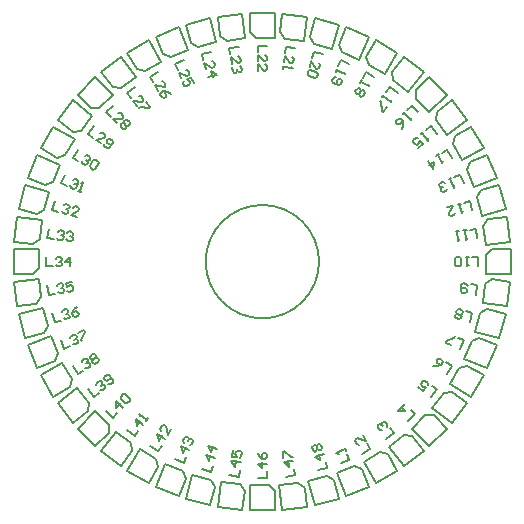
<source format=gto>
G04*
G04 #@! TF.GenerationSoftware,Altium Limited,Altium Designer,21.9.2 (33)*
G04*
G04 Layer_Color=65535*
%FSLAX25Y25*%
%MOIN*%
G70*
G04*
G04 #@! TF.SameCoordinates,566D7FF9-8C5A-44BD-93FD-671ACA51C2D0*
G04*
G04*
G04 #@! TF.FilePolarity,Positive*
G04*
G01*
G75*
%ADD10C,0.00811*%
%ADD11C,0.00591*%
D10*
X18898Y0D02*
G03*
X18898Y0I-18898J0D01*
G01*
X2165Y-74606D02*
X4134Y-76575D01*
X-4134Y-74606D02*
X2165D01*
X-4134Y-82874D02*
Y-74606D01*
Y-82874D02*
X4134D01*
Y-76575D01*
X33123Y-69164D02*
X35534Y-74984D01*
X27895Y-78148D02*
X35534Y-74984D01*
X24731Y-70509D02*
X27895Y-78148D01*
X24731Y-70509D02*
X30551Y-68099D01*
X33123Y-69164D01*
X39178Y-63528D02*
X41867Y-64249D01*
X33723Y-66678D02*
X39178Y-63528D01*
X33723Y-66678D02*
X37857Y-73838D01*
X45017Y-69704D01*
X41867Y-64249D02*
X45017Y-69704D01*
X49895Y-58234D02*
X53730Y-63232D01*
X47171Y-68265D02*
X53730Y-63232D01*
X42138Y-61706D02*
X47171Y-68265D01*
X42138Y-61706D02*
X47135Y-57871D01*
X49895Y-58234D01*
X54286Y-51223D02*
X57070D01*
X49832Y-55678D02*
X54286Y-51223D01*
X49832Y-55678D02*
X55678Y-61524D01*
X61524Y-55678D01*
X57070Y-51223D02*
X61524Y-55678D01*
X63267Y-43336D02*
X68265Y-47171D01*
X63232Y-53730D02*
X68265Y-47171D01*
X56673Y-48697D02*
X63232Y-53730D01*
X56673Y-48697D02*
X60507Y-43699D01*
X63267Y-43336D01*
X65694Y-35428D02*
X68383Y-34707D01*
X62544Y-40883D02*
X65694Y-35428D01*
X62544Y-40883D02*
X69704Y-45017D01*
X73838Y-37857D01*
X68383Y-34707D02*
X73838Y-37857D01*
X72328Y-25485D02*
X78148Y-27895D01*
X74984Y-35534D02*
X78148Y-27895D01*
X67345Y-32370D02*
X74984Y-35534D01*
X67345Y-32370D02*
X69756Y-26550D01*
X72328Y-25485D01*
X72625Y-17218D02*
X75036Y-15826D01*
X70994Y-23302D02*
X72625Y-17218D01*
X70994Y-23302D02*
X78980Y-25442D01*
X81120Y-17456D01*
X75036Y-15826D02*
X81120Y-17456D01*
X76459Y-5897D02*
X82705Y-6719D01*
X81625Y-14916D02*
X82705Y-6719D01*
X73428Y-13837D02*
X81625Y-14916D01*
X73428Y-13837D02*
X74251Y-7591D01*
X76459Y-5897D01*
X74606Y2165D02*
X76575Y4134D01*
X74606Y-4134D02*
Y2165D01*
Y-4134D02*
X82874D01*
Y4134D01*
X76575D02*
X82874D01*
X75380Y14094D02*
X81625Y14916D01*
X82705Y6719D01*
X74508Y5640D02*
X82705Y6719D01*
X73685Y11885D02*
X74508Y5640D01*
X73685Y11885D02*
X75380Y14094D01*
X71504Y21401D02*
X72896Y23812D01*
X71504Y21401D02*
X73134Y15316D01*
X81120Y17456D01*
X78980Y25442D02*
X81120Y17456D01*
X72896Y23812D02*
X78980Y25442D01*
X69164Y33123D02*
X74984Y35534D01*
X78148Y27895D01*
X70509Y24731D02*
X78148Y27895D01*
X68099Y30551D02*
X70509Y24731D01*
X68099Y30551D02*
X69164Y33123D01*
X63528Y39178D02*
X64249Y41867D01*
X63528Y39178D02*
X66678Y33723D01*
X73838Y37857D01*
X69704Y45017D02*
X73838Y37857D01*
X64249Y41867D02*
X69704Y45017D01*
X58234Y49895D02*
X63232Y53730D01*
X68265Y47171D01*
X61706Y42138D02*
X68265Y47171D01*
X57871Y47135D02*
X61706Y42138D01*
X57871Y47135D02*
X58234Y49895D01*
X51223Y54286D02*
Y57070D01*
Y54286D02*
X55678Y49832D01*
X61524Y55678D01*
X55678Y61524D02*
X61524Y55678D01*
X51223Y57070D02*
X55678Y61524D01*
X43336Y63267D02*
X47171Y68265D01*
X53730Y63232D01*
X48697Y56673D02*
X53730Y63232D01*
X43699Y60507D02*
X48697Y56673D01*
X43336Y63267D02*
X43699Y60507D01*
X34707Y68383D02*
X35428Y65694D01*
X40883Y62544D01*
X45017Y69704D01*
X37857Y73838D02*
X45017Y69704D01*
X34707Y68383D02*
X37857Y73838D01*
X25485Y72328D02*
X27895Y78148D01*
X35534Y74984D01*
X32370Y67345D02*
X35534Y74984D01*
X26550Y69756D02*
X32370Y67345D01*
X25485Y72328D02*
X26550Y69756D01*
X15826Y75036D02*
X17218Y72625D01*
X23302Y70994D01*
X25442Y78980D01*
X17456Y81120D02*
X25442Y78980D01*
X15826Y75036D02*
X17456Y81120D01*
X5897Y76459D02*
X6719Y82705D01*
X14916Y81625D01*
X13837Y73428D02*
X14916Y81625D01*
X7591Y74251D02*
X13837Y73428D01*
X5897Y76459D02*
X7591Y74251D01*
X-4134Y76575D02*
X-2165Y74606D01*
X4134D01*
Y82874D01*
X-4134D02*
X4134D01*
X-4134Y76575D02*
Y82874D01*
X-14916Y81625D02*
X-14094Y75380D01*
X-14916Y81625D02*
X-6719Y82705D01*
X-5640Y74508D01*
X-11885Y73685D02*
X-5640Y74508D01*
X-14094Y75380D02*
X-11885Y73685D01*
X-23812Y72896D02*
X-21401Y71504D01*
X-15316Y73134D01*
X-17456Y81120D02*
X-15316Y73134D01*
X-25442Y78980D02*
X-17456Y81120D01*
X-25442Y78980D02*
X-23812Y72896D01*
X-35534Y74984D02*
X-33123Y69164D01*
X-35534Y74984D02*
X-27895Y78148D01*
X-24731Y70509D01*
X-30551Y68099D02*
X-24731Y70509D01*
X-33123Y69164D02*
X-30551Y68099D01*
X-41867Y64249D02*
X-39178Y63528D01*
X-33723Y66678D01*
X-37857Y73838D02*
X-33723Y66678D01*
X-45017Y69704D02*
X-37857Y73838D01*
X-45017Y69704D02*
X-41867Y64249D01*
X-53730Y63232D02*
X-49895Y58234D01*
X-53730Y63232D02*
X-47171Y68265D01*
X-42138Y61706D01*
X-47135Y57871D02*
X-42138Y61706D01*
X-49895Y58234D02*
X-47135Y57871D01*
X-57070Y51223D02*
X-54286D01*
X-49832Y55678D01*
X-55678Y61524D02*
X-49832Y55678D01*
X-61524D02*
X-55678Y61524D01*
X-61524Y55678D02*
X-57070Y51223D01*
X-68265Y47171D02*
X-63267Y43336D01*
X-68265Y47171D02*
X-63232Y53730D01*
X-56673Y48697D01*
X-60507Y43699D02*
X-56673Y48697D01*
X-63267Y43336D02*
X-60507Y43699D01*
X-68383Y34707D02*
X-65694Y35428D01*
X-62544Y40883D01*
X-69704Y45017D02*
X-62544Y40883D01*
X-73838Y37857D02*
X-69704Y45017D01*
X-73838Y37857D02*
X-68383Y34707D01*
X-78148Y27895D02*
X-72328Y25485D01*
X-78148Y27895D02*
X-74984Y35534D01*
X-67345Y32370D01*
X-69756Y26550D02*
X-67345Y32370D01*
X-72328Y25485D02*
X-69756Y26550D01*
X-75036Y15826D02*
X-72625Y17218D01*
X-70994Y23302D01*
X-78980Y25442D02*
X-70994Y23302D01*
X-81120Y17456D02*
X-78980Y25442D01*
X-81120Y17456D02*
X-75036Y15826D01*
X-82705Y6719D02*
X-76459Y5897D01*
X-82705Y6719D02*
X-81625Y14916D01*
X-73428Y13837D01*
X-74251Y7591D02*
X-73428Y13837D01*
X-76459Y5897D02*
X-74251Y7591D01*
X-76575Y-4134D02*
X-74606Y-2165D01*
Y4134D01*
X-82874D02*
X-74606D01*
X-82874Y-4134D02*
Y4134D01*
Y-4134D02*
X-76575D01*
X-81625Y-14916D02*
X-75380Y-14094D01*
X-82705Y-6719D02*
X-81625Y-14916D01*
X-82705Y-6719D02*
X-74508Y-5640D01*
X-73685Y-11885D01*
X-75380Y-14094D02*
X-73685Y-11885D01*
X-72896Y-23812D02*
X-71504Y-21401D01*
X-73134Y-15316D02*
X-71504Y-21401D01*
X-81120Y-17456D02*
X-73134Y-15316D01*
X-81120Y-17456D02*
X-78980Y-25442D01*
X-72896Y-23812D01*
X-74984Y-35534D02*
X-69164Y-33123D01*
X-78148Y-27895D02*
X-74984Y-35534D01*
X-78148Y-27895D02*
X-70509Y-24731D01*
X-68099Y-30551D01*
X-69164Y-33123D02*
X-68099Y-30551D01*
X-64249Y-41867D02*
X-63528Y-39178D01*
X-66678Y-33723D02*
X-63528Y-39178D01*
X-73838Y-37857D02*
X-66678Y-33723D01*
X-73838Y-37857D02*
X-69704Y-45017D01*
X-64249Y-41867D01*
X-63232Y-53730D02*
X-58234Y-49895D01*
X-68265Y-47171D02*
X-63232Y-53730D01*
X-68265Y-47171D02*
X-61706Y-42138D01*
X-57871Y-47135D01*
X-58234Y-49895D02*
X-57871Y-47135D01*
X-51223Y-57070D02*
Y-54286D01*
X-55678Y-49832D02*
X-51223Y-54286D01*
X-61524Y-55678D02*
X-55678Y-49832D01*
X-61524Y-55678D02*
X-55678Y-61524D01*
X-51223Y-57070D01*
X-47171Y-68265D02*
X-43336Y-63267D01*
X-53730Y-63232D02*
X-47171Y-68265D01*
X-53730Y-63232D02*
X-48697Y-56673D01*
X-43699Y-60507D01*
X-43336Y-63267D01*
X-35428Y-65694D02*
X-34707Y-68383D01*
X-40883Y-62544D02*
X-35428Y-65694D01*
X-45017Y-69704D02*
X-40883Y-62544D01*
X-45017Y-69704D02*
X-37857Y-73838D01*
X-34707Y-68383D01*
X-27895Y-78148D02*
X-25485Y-72328D01*
X-35534Y-74984D02*
X-27895Y-78148D01*
X-35534Y-74984D02*
X-32370Y-67345D01*
X-26550Y-69756D01*
X-25485Y-72328D01*
X-17218Y-72625D02*
X-15826Y-75036D01*
X-23302Y-70994D02*
X-17218Y-72625D01*
X-25442Y-78980D02*
X-23302Y-70994D01*
X-25442Y-78980D02*
X-17456Y-81120D01*
X-15826Y-75036D01*
X-6719Y-82705D02*
X-5897Y-76459D01*
X-14916Y-81625D02*
X-6719Y-82705D01*
X-14916Y-81625D02*
X-13837Y-73428D01*
X-7591Y-74251D01*
X-5897Y-76459D01*
X11885Y-73685D02*
X14094Y-75380D01*
X5640Y-74508D02*
X11885Y-73685D01*
X5640Y-74508D02*
X6719Y-82705D01*
X14916Y-81625D01*
X14094Y-75380D02*
X14916Y-81625D01*
X23812Y-72896D02*
X25442Y-78980D01*
X17456Y-81120D02*
X25442Y-78980D01*
X15316Y-73134D02*
X17456Y-81120D01*
X15316Y-73134D02*
X21401Y-71504D01*
X23812Y-72896D01*
D11*
X-1577Y-72030D02*
X1572D01*
Y-69931D01*
Y-67307D02*
X-1577D01*
X-3Y-68881D01*
Y-66782D01*
X-1577Y-63634D02*
X-1052Y-64683D01*
X-3Y-65733D01*
X1047D01*
X1572Y-65208D01*
Y-64158D01*
X1047Y-63634D01*
X522D01*
X-3Y-64158D01*
Y-65733D01*
X26108Y-67150D02*
X29017Y-65946D01*
X28214Y-64006D01*
X27812Y-63037D02*
X27410Y-62067D01*
X27611Y-62552D01*
X24702Y-63757D01*
X25388Y-64041D01*
X33297Y-63969D02*
X36024Y-62395D01*
X34974Y-60577D01*
X33400Y-57850D02*
X34449Y-59668D01*
X31582Y-58900D01*
X31127Y-59162D01*
X30935Y-59879D01*
X31460Y-60788D01*
X32177Y-60980D01*
X41362Y-59076D02*
X43859Y-57159D01*
X42582Y-55493D01*
X39861Y-56258D02*
X39125Y-56161D01*
X38486Y-55329D01*
X38583Y-54593D01*
X39000Y-54273D01*
X39735Y-54370D01*
X40055Y-54787D01*
X39735Y-54370D01*
X39832Y-53635D01*
X40249Y-53315D01*
X40984Y-53412D01*
X41623Y-54245D01*
X41526Y-54980D01*
X48719Y-53171D02*
X50945Y-50945D01*
X49461Y-49461D01*
X47605Y-47605D02*
X45379Y-49832D01*
X47605Y-49832D01*
X46121Y-48348D01*
X56185Y-45100D02*
X58102Y-42602D01*
X56437Y-41324D01*
X52022Y-41906D02*
X53687Y-43183D01*
X54646Y-41934D01*
X53494Y-41712D01*
X53077Y-41392D01*
X52980Y-40657D01*
X53619Y-39824D01*
X54355Y-39727D01*
X55188Y-40366D01*
X55285Y-41102D01*
X61591Y-37381D02*
X63166Y-34654D01*
X61348Y-33604D01*
X57047Y-34757D02*
X58218Y-34827D01*
X59652Y-34443D01*
X60176Y-33534D01*
X59984Y-32817D01*
X59075Y-32292D01*
X58359Y-32484D01*
X58096Y-32939D01*
X58288Y-33656D01*
X59652Y-34443D01*
X65944Y-29021D02*
X67149Y-26113D01*
X65209Y-25309D01*
X63035Y-27817D02*
X61095Y-27013D01*
X61296Y-26528D01*
X64039Y-25392D01*
X64240Y-24908D01*
X69168Y-20166D02*
X69982Y-17125D01*
X67955Y-16581D01*
X66262Y-18844D02*
X65619Y-19215D01*
X64605Y-18944D01*
X64235Y-18301D01*
X64370Y-17794D01*
X65013Y-17423D01*
X64642Y-16780D01*
X64778Y-16273D01*
X65420Y-15902D01*
X66434Y-16174D01*
X66805Y-16817D01*
X66669Y-17323D01*
X66027Y-17695D01*
X66398Y-18337D01*
X66262Y-18844D01*
X66027Y-17695D02*
X65013Y-17423D01*
X71208Y-10965D02*
X71619Y-7843D01*
X69538Y-7570D01*
X68429Y-7953D02*
X67977Y-7364D01*
X66936Y-7227D01*
X66348Y-7679D01*
X66074Y-9760D01*
X66525Y-10349D01*
X67566Y-10486D01*
X68155Y-10034D01*
X68223Y-9514D01*
X67772Y-8925D01*
X66211Y-8719D01*
X72030Y-1577D02*
Y1572D01*
X69931D01*
X68881D02*
X67832D01*
X68357D01*
Y-1577D01*
X68881Y-1052D01*
X66258D02*
X65733Y-1577D01*
X64683D01*
X64158Y-1052D01*
Y1047D01*
X64683Y1572D01*
X65733D01*
X66258Y1047D01*
Y-1052D01*
X71620Y7838D02*
X71209Y10960D01*
X69128Y10686D01*
X68087Y10549D02*
X67046Y10412D01*
X67567Y10481D01*
X67978Y7359D01*
X68429Y7948D01*
X65486Y10207D02*
X64445Y10070D01*
X64965Y10138D01*
X65376Y7017D01*
X65828Y7605D01*
X69984Y17120D02*
X69169Y20161D01*
X67141Y19618D01*
X66128Y19346D02*
X65114Y19074D01*
X65621Y19210D01*
X66435Y16169D01*
X66807Y16812D01*
X61566Y18124D02*
X63593Y18667D01*
X62109Y16096D01*
X62245Y15589D01*
X62887Y15218D01*
X63901Y15490D01*
X64272Y16132D01*
X67150Y26108D02*
X65946Y29017D01*
X64006Y28214D01*
X63037Y27812D02*
X62067Y27410D01*
X62552Y27611D01*
X63757Y24702D01*
X64041Y25388D01*
X61617Y24384D02*
X61333Y23698D01*
X60363Y23296D01*
X59677Y23580D01*
X59477Y24065D01*
X59760Y24751D01*
X60245Y24952D01*
X59760Y24751D01*
X59075Y25035D01*
X58874Y25520D01*
X59158Y26205D01*
X60128Y26607D01*
X60813Y26323D01*
X63168Y34649D02*
X61594Y37376D01*
X59776Y36327D01*
X58867Y35802D02*
X57958Y35277D01*
X58413Y35539D01*
X59987Y32813D01*
X60179Y33529D01*
X55231Y33703D02*
X56806Y30976D01*
X57382Y33127D01*
X55564Y32077D01*
X58105Y42598D02*
X56188Y45096D01*
X54523Y43818D01*
X53690Y43179D02*
X52858Y42540D01*
X53274Y42860D01*
X55191Y40362D01*
X55288Y41098D01*
X51860Y37806D02*
X53526Y39084D01*
X52567Y40333D01*
X52054Y39278D01*
X51638Y38958D01*
X50902Y39055D01*
X50263Y39888D01*
X50360Y40624D01*
X51192Y41263D01*
X51928Y41166D01*
X52048Y49818D02*
X49821Y52044D01*
X48337Y50560D01*
X47595Y49818D02*
X46853Y49076D01*
X47224Y49447D01*
X49450Y47220D01*
X49450Y47962D01*
X46482Y44252D02*
X46853Y45365D01*
Y46849D01*
X46111Y47591D01*
X45369D01*
X44627Y46849D01*
X44627Y46107D01*
X44998Y45736D01*
X45740D01*
X46853Y46849D01*
X45100Y56185D02*
X42602Y58102D01*
X41324Y56437D01*
X40685Y55604D02*
X40047Y54771D01*
X40366Y55188D01*
X42864Y53271D01*
X42767Y54007D01*
X41586Y51606D02*
X40308Y49940D01*
X39892Y50260D01*
X39505Y53203D01*
X39088Y53522D01*
X37381Y61591D02*
X34654Y63166D01*
X33604Y61348D01*
X33080Y60439D02*
X32555Y59530D01*
X32817Y59984D01*
X35544Y58410D01*
X35352Y59127D01*
X34040Y56855D02*
X34232Y56138D01*
X33707Y55229D01*
X32990Y55037D01*
X32536Y55299D01*
X32344Y56016D01*
X31627Y55824D01*
X31173Y56086D01*
X30981Y56803D01*
X31505Y57712D01*
X32222Y57904D01*
X32677Y57642D01*
X32869Y56925D01*
X33586Y57117D01*
X34040Y56855D01*
X32869Y56925D02*
X32344Y56016D01*
X29021Y65944D02*
X26113Y67149D01*
X25309Y65209D01*
X24908Y64240D02*
X24506Y63270D01*
X24707Y63755D01*
X27616Y62550D01*
X27332Y63235D01*
X24388Y61615D02*
X23703Y61331D01*
X23301Y60361D01*
X23585Y59675D01*
X25524Y58872D01*
X26210Y59156D01*
X26612Y60126D01*
X26328Y60811D01*
X25843Y61012D01*
X25157Y60728D01*
X24555Y59274D01*
X20166Y69168D02*
X17125Y69982D01*
X16581Y67955D01*
X15766Y64913D02*
X16310Y66941D01*
X17794Y64370D01*
X18301Y64235D01*
X18944Y64605D01*
X19215Y65619D01*
X18844Y66262D01*
X18029Y63221D02*
X18400Y62578D01*
X18129Y61564D01*
X17486Y61193D01*
X15458Y61736D01*
X15087Y62379D01*
X15359Y63393D01*
X16002Y63764D01*
X18029Y63221D01*
X10965Y71208D02*
X7843Y71619D01*
X7570Y69538D01*
X7159Y66416D02*
X7433Y68497D01*
X9240Y66142D01*
X9760Y66074D01*
X10349Y66525D01*
X10486Y67566D01*
X10034Y68155D01*
X7022Y65376D02*
X6885Y64335D01*
X6953Y64855D01*
X10075Y64444D01*
X9623Y65033D01*
X1577Y72030D02*
X-1572D01*
Y69931D01*
Y66782D02*
Y68881D01*
X527Y66782D01*
X1052D01*
X1577Y67307D01*
Y68357D01*
X1052Y68881D01*
X-1572Y63634D02*
Y65733D01*
X527Y63634D01*
X1052D01*
X1577Y64158D01*
Y65208D01*
X1052Y65733D01*
X-7838Y71620D02*
X-10960Y71209D01*
X-10686Y69128D01*
X-10275Y66006D02*
X-10549Y68087D01*
X-8194Y66280D01*
X-7674Y66348D01*
X-7222Y66937D01*
X-7359Y67978D01*
X-7948Y68429D01*
X-7537Y65308D02*
X-6948Y64856D01*
X-6811Y63815D01*
X-7263Y63227D01*
X-7783Y63158D01*
X-8372Y63610D01*
X-8440Y64130D01*
X-8372Y63610D01*
X-8824Y63021D01*
X-9344Y62953D01*
X-9933Y63404D01*
X-10070Y64445D01*
X-9618Y65034D01*
X-17120Y69984D02*
X-20161Y69169D01*
X-19618Y67141D01*
X-18803Y64100D02*
X-19346Y66128D01*
X-16775Y64643D01*
X-16268Y64779D01*
X-15897Y65422D01*
X-16169Y66435D01*
X-16812Y66807D01*
X-18124Y61566D02*
X-15082Y62380D01*
X-17010Y63494D01*
X-16467Y61466D01*
X-26108Y67150D02*
X-29017Y65946D01*
X-28214Y64006D01*
X-27009Y61097D02*
X-27812Y63037D01*
X-25069Y61901D01*
X-24585Y62101D01*
X-24300Y62787D01*
X-24702Y63757D01*
X-25388Y64041D01*
X-22895Y59393D02*
X-23698Y61333D01*
X-25152Y60730D01*
X-24266Y59961D01*
X-24065Y59477D01*
X-24349Y58791D01*
X-25319Y58389D01*
X-26004Y58673D01*
X-26406Y59643D01*
X-26122Y60329D01*
X-34649Y63168D02*
X-37376Y61594D01*
X-36327Y59776D01*
X-34752Y57049D02*
X-35802Y58867D01*
X-32934Y58099D01*
X-32480Y58361D01*
X-32288Y59078D01*
X-32813Y59987D01*
X-33529Y60179D01*
X-30451Y55897D02*
X-31431Y56543D01*
X-32864Y56928D01*
X-33773Y56403D01*
X-33965Y55686D01*
X-33440Y54777D01*
X-32724Y54585D01*
X-32269Y54847D01*
X-32077Y55564D01*
X-32864Y56928D01*
X-42598Y58105D02*
X-45096Y56188D01*
X-43818Y54523D01*
X-41901Y52025D02*
X-43179Y53690D01*
X-40236Y53303D01*
X-39820Y53623D01*
X-39723Y54358D01*
X-40362Y55191D01*
X-41098Y55288D01*
X-38765Y53109D02*
X-37487Y51444D01*
X-37903Y51125D01*
X-40846Y51512D01*
X-41263Y51192D01*
X-49818Y52048D02*
X-52044Y49821D01*
X-50560Y48337D01*
X-48334Y46111D02*
X-49818Y47595D01*
X-46849D01*
X-46478Y47966D01*
Y48708D01*
X-47220Y49450D01*
X-47962Y49450D01*
X-45736Y47224D02*
X-44994Y47224D01*
X-44252Y46482D01*
Y45740D01*
X-44623Y45369D01*
X-45365D01*
X-45365Y44627D01*
X-45736Y44256D01*
X-46478Y44256D01*
X-47220Y44998D01*
Y45740D01*
X-46849Y46111D01*
X-46107D01*
X-46107Y46853D01*
X-45736Y47224D01*
X-46107Y46111D02*
X-45365Y45369D01*
X-56185Y45100D02*
X-58102Y42602D01*
X-56437Y41324D01*
X-53939Y39408D02*
X-55604Y40685D01*
X-52661Y41073D01*
X-52342Y41489D01*
X-52438Y42225D01*
X-53271Y42864D01*
X-54007Y42767D01*
X-52787Y39185D02*
X-52690Y38449D01*
X-51857Y37810D01*
X-51121Y37907D01*
X-49843Y39573D01*
X-49940Y40308D01*
X-50773Y40947D01*
X-51509Y40850D01*
X-51828Y40434D01*
X-51731Y39698D01*
X-50482Y38740D01*
X-61591Y37381D02*
X-63166Y34654D01*
X-61348Y33604D01*
X-59127Y35352D02*
X-58410Y35544D01*
X-57501Y35019D01*
X-57309Y34302D01*
X-57572Y33848D01*
X-58288Y33656D01*
X-58743Y33918D01*
X-58288Y33656D01*
X-58096Y32939D01*
X-58359Y32484D01*
X-59075Y32292D01*
X-59984Y32817D01*
X-60176Y33534D01*
X-56400Y33778D02*
X-55683Y33970D01*
X-54774Y33445D01*
X-54582Y32728D01*
X-55632Y30910D01*
X-56349Y30718D01*
X-57258Y31243D01*
X-57450Y31960D01*
X-56400Y33778D01*
X-65944Y29021D02*
X-67149Y26113D01*
X-65209Y25309D01*
X-63235Y27332D02*
X-62550Y27616D01*
X-61580Y27214D01*
X-61296Y26528D01*
X-61497Y26044D01*
X-62183Y25760D01*
X-62667Y25960D01*
X-62183Y25760D01*
X-61899Y25074D01*
X-62099Y24589D01*
X-62785Y24305D01*
X-63755Y24707D01*
X-64039Y25392D01*
X-61331Y23703D02*
X-60361Y23301D01*
X-60846Y23502D01*
X-59641Y26411D01*
X-60326Y26127D01*
X-69168Y20166D02*
X-69982Y17125D01*
X-67955Y16581D01*
X-66262Y18844D02*
X-65619Y19215D01*
X-64605Y18944D01*
X-64235Y18301D01*
X-64370Y17794D01*
X-65013Y17423D01*
X-65520Y17559D01*
X-65013Y17423D01*
X-64642Y16780D01*
X-64778Y16273D01*
X-65420Y15902D01*
X-66434Y16174D01*
X-66805Y16817D01*
X-61872Y14952D02*
X-63900Y15495D01*
X-61329Y16979D01*
X-61193Y17486D01*
X-61564Y18129D01*
X-62578Y18400D01*
X-63221Y18029D01*
X-71208Y10965D02*
X-71619Y7843D01*
X-69538Y7570D01*
X-68155Y10034D02*
X-67566Y10486D01*
X-66525Y10349D01*
X-66074Y9760D01*
X-66142Y9240D01*
X-66731Y8788D01*
X-67251Y8856D01*
X-66731Y8788D01*
X-66279Y8199D01*
X-66348Y7679D01*
X-66936Y7227D01*
X-67977Y7364D01*
X-68429Y7953D01*
X-65033Y9623D02*
X-64444Y10075D01*
X-63404Y9938D01*
X-62952Y9349D01*
X-63020Y8829D01*
X-63609Y8377D01*
X-64130Y8445D01*
X-63609Y8377D01*
X-63157Y7788D01*
X-63226Y7268D01*
X-63815Y6816D01*
X-64855Y6953D01*
X-65307Y7542D01*
X-72030Y1577D02*
Y-1572D01*
X-69931D01*
X-68881Y1052D02*
X-68357Y1577D01*
X-67307D01*
X-66782Y1052D01*
Y527D01*
X-67307Y3D01*
X-67832D01*
X-67307D01*
X-66782Y-522D01*
Y-1047D01*
X-67307Y-1572D01*
X-68357D01*
X-68881Y-1047D01*
X-64158Y-1572D02*
Y1577D01*
X-65733Y3D01*
X-63634D01*
X-71620Y-7838D02*
X-71209Y-10960D01*
X-69128Y-10686D01*
X-68429Y-7948D02*
X-67978Y-7359D01*
X-66937Y-7222D01*
X-66348Y-7674D01*
X-66280Y-8194D01*
X-66732Y-8783D01*
X-67252Y-8851D01*
X-66732Y-8783D01*
X-66143Y-9234D01*
X-66074Y-9755D01*
X-66526Y-10344D01*
X-67567Y-10481D01*
X-68155Y-10029D01*
X-63295Y-6742D02*
X-65376Y-7017D01*
X-65171Y-8577D01*
X-64199Y-7920D01*
X-63678Y-7852D01*
X-63090Y-8303D01*
X-62953Y-9344D01*
X-63404Y-9933D01*
X-64445Y-10070D01*
X-65034Y-9618D01*
X-69984Y-17120D02*
X-69169Y-20161D01*
X-67141Y-19618D01*
X-66807Y-16812D02*
X-66435Y-16169D01*
X-65422Y-15897D01*
X-64779Y-16268D01*
X-64643Y-16775D01*
X-65014Y-17418D01*
X-65521Y-17554D01*
X-65014Y-17418D01*
X-64372Y-17789D01*
X-64236Y-18296D01*
X-64607Y-18938D01*
X-65621Y-19210D01*
X-66263Y-18839D01*
X-61874Y-14946D02*
X-62752Y-15725D01*
X-63494Y-17010D01*
X-63222Y-18024D01*
X-62579Y-18395D01*
X-61566Y-18124D01*
X-61194Y-17481D01*
X-61330Y-16974D01*
X-61973Y-16603D01*
X-63494Y-17010D01*
X-67150Y-26108D02*
X-65946Y-29017D01*
X-64006Y-28214D01*
X-64041Y-25388D02*
X-63757Y-24702D01*
X-62787Y-24300D01*
X-62101Y-24585D01*
X-61901Y-25069D01*
X-62185Y-25755D01*
X-62669Y-25956D01*
X-62185Y-25755D01*
X-61499Y-26039D01*
X-61298Y-26524D01*
X-61582Y-27209D01*
X-62552Y-27611D01*
X-63238Y-27327D01*
X-61333Y-23698D02*
X-59393Y-22895D01*
X-59193Y-23380D01*
X-60329Y-26122D01*
X-60128Y-26607D01*
X-63168Y-34649D02*
X-61594Y-37376D01*
X-59776Y-36327D01*
X-60179Y-33529D02*
X-59987Y-32813D01*
X-59078Y-32288D01*
X-58361Y-32480D01*
X-58099Y-32934D01*
X-58291Y-33651D01*
X-58745Y-33914D01*
X-58291Y-33651D01*
X-57574Y-33843D01*
X-57312Y-34298D01*
X-57504Y-35015D01*
X-58413Y-35539D01*
X-59130Y-35347D01*
X-57452Y-31955D02*
X-57260Y-31238D01*
X-56351Y-30714D01*
X-55634Y-30906D01*
X-55372Y-31360D01*
X-55564Y-32077D01*
X-54847Y-32269D01*
X-54585Y-32724D01*
X-54777Y-33440D01*
X-55686Y-33965D01*
X-56403Y-33773D01*
X-56665Y-33319D01*
X-56473Y-32602D01*
X-57190Y-32410D01*
X-57452Y-31955D01*
X-56473Y-32602D02*
X-55564Y-32077D01*
X-58105Y-42598D02*
X-56188Y-45096D01*
X-54523Y-43818D01*
X-55288Y-41098D02*
X-55191Y-40362D01*
X-54358Y-39723D01*
X-53623Y-39820D01*
X-53303Y-40236D01*
X-53400Y-40972D01*
X-53816Y-41291D01*
X-53400Y-40972D01*
X-52664Y-41069D01*
X-52345Y-41485D01*
X-52442Y-42221D01*
X-53274Y-42860D01*
X-54010Y-42763D01*
X-51512Y-40846D02*
X-50776Y-40943D01*
X-49944Y-40304D01*
X-49847Y-39568D01*
X-51125Y-37903D01*
X-51860Y-37806D01*
X-52693Y-38445D01*
X-52790Y-39181D01*
X-52470Y-39597D01*
X-51735Y-39694D01*
X-50486Y-38736D01*
X-52048Y-49818D02*
X-49821Y-52044D01*
X-48337Y-50560D01*
X-46482Y-48705D02*
X-48708Y-46478D01*
X-48708Y-48705D01*
X-47224Y-47220D01*
Y-45736D02*
X-47224Y-44994D01*
X-46482Y-44252D01*
X-45740D01*
X-44256Y-45736D01*
X-44256Y-46478D01*
X-44998Y-47220D01*
X-45740D01*
X-47224Y-45736D01*
X-45100Y-56185D02*
X-42602Y-58102D01*
X-41324Y-56437D01*
X-39727Y-54355D02*
X-42225Y-52438D01*
X-41934Y-54646D01*
X-40657Y-52980D01*
X-38769Y-53106D02*
X-38130Y-52273D01*
X-38449Y-52690D01*
X-40947Y-50773D01*
X-40850Y-51509D01*
X-37381Y-61591D02*
X-34654Y-63166D01*
X-33604Y-61348D01*
X-32292Y-59075D02*
X-35019Y-57501D01*
X-34443Y-59652D01*
X-33393Y-57834D01*
X-30456Y-55894D02*
X-31505Y-57712D01*
X-32274Y-54845D01*
X-32728Y-54582D01*
X-33445Y-54774D01*
X-33970Y-55683D01*
X-33778Y-56400D01*
X-29021Y-65944D02*
X-26113Y-67149D01*
X-25309Y-65209D01*
X-24305Y-62785D02*
X-27214Y-61580D01*
X-26362Y-63637D01*
X-25559Y-61698D01*
X-26127Y-60326D02*
X-26411Y-59641D01*
X-26009Y-58671D01*
X-25324Y-58387D01*
X-24839Y-58588D01*
X-24555Y-59274D01*
X-24756Y-59759D01*
X-24555Y-59274D01*
X-23869Y-58990D01*
X-23384Y-59190D01*
X-23100Y-59876D01*
X-23502Y-60846D01*
X-24188Y-61130D01*
X-20166Y-69168D02*
X-17125Y-69982D01*
X-16581Y-67955D01*
X-15902Y-65420D02*
X-18944Y-64605D01*
X-17830Y-66534D01*
X-17287Y-64506D01*
X-15087Y-62379D02*
X-18129Y-61564D01*
X-17015Y-63492D01*
X-16472Y-61465D01*
X-10965Y-71208D02*
X-7843Y-71619D01*
X-7570Y-69538D01*
X-7227Y-66936D02*
X-10349Y-66525D01*
X-8993Y-68292D01*
X-8719Y-66211D01*
X-9869Y-62884D02*
X-10143Y-64965D01*
X-8582Y-65170D01*
X-8966Y-64061D01*
X-8897Y-63541D01*
X-8308Y-63089D01*
X-7268Y-63226D01*
X-6816Y-63815D01*
X-6953Y-64855D01*
X-7542Y-65307D01*
X7838Y-71620D02*
X10960Y-71209D01*
X10686Y-69128D01*
X10344Y-66526D02*
X7222Y-66937D01*
X8988Y-68292D01*
X8714Y-66211D01*
X7017Y-65376D02*
X6742Y-63295D01*
X7263Y-63227D01*
X9618Y-65034D01*
X10138Y-64965D01*
X18624Y-69528D02*
X21665Y-68713D01*
X21122Y-66685D01*
X20443Y-64151D02*
X17401Y-64965D01*
X19329Y-66079D01*
X18786Y-64051D01*
X17501Y-63309D02*
X16858Y-62938D01*
X16586Y-61924D01*
X16958Y-61282D01*
X17464Y-61146D01*
X18107Y-61517D01*
X18478Y-60874D01*
X18985Y-60738D01*
X19628Y-61109D01*
X19899Y-62123D01*
X19528Y-62766D01*
X19021Y-62902D01*
X18379Y-62530D01*
X18008Y-63173D01*
X17501Y-63309D01*
X18379Y-62530D02*
X18107Y-61517D01*
M02*

</source>
